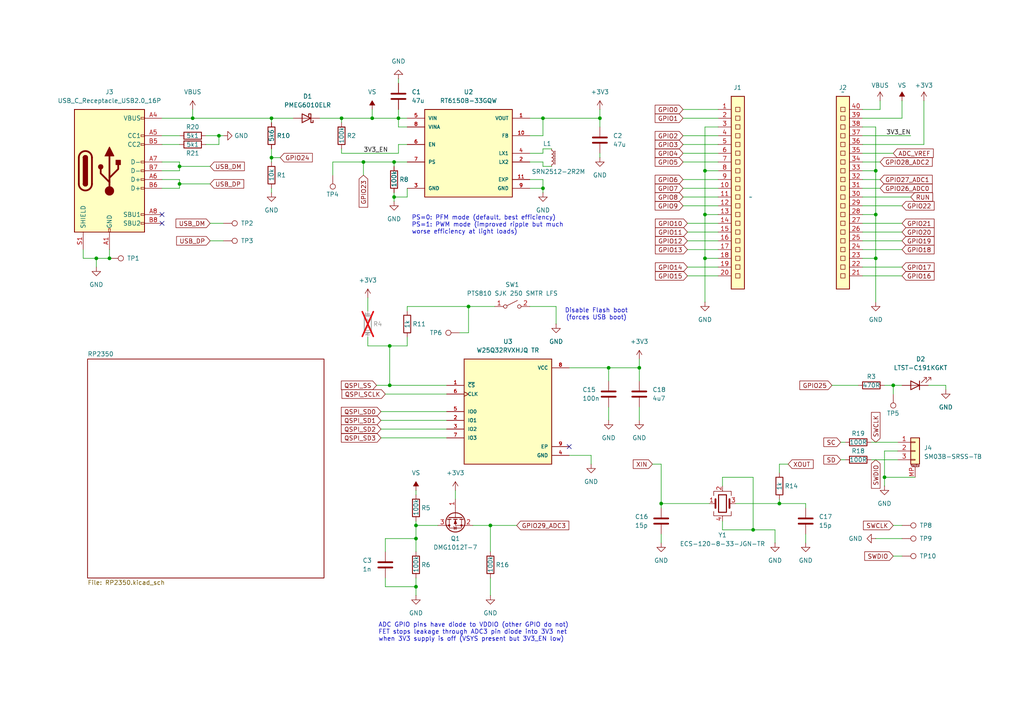
<source format=kicad_sch>
(kicad_sch (version 20231120) (generator "eeschema") (generator_version "8.0")
  (paper "A4")
  (title_block (title "project piCo 2") (date "2024-08-11") (rev "1") (company "Carlos Sabogal"))
  (lib_symbols
    (symbol "Connector:TestPoint" (pin_numbers hide) (pin_names (offset 0.762) hide)
      (property "Reference" "TP" (at 0 6.858 0))
      (property "Value" "TestPoint" (at 0 5.08 0))
      (symbol "TestPoint_1_1"
        (pin passive line (at 0 0 90) (length 2.54) (name "1") (number "1"))
      )
    )
    (symbol "Connector:USB_C_Receptacle_USB2.0_16P" (pin_names (offset 1.016))
      (property "Reference" "J" (at 0 22.225 0))
      (property "Value" "USB_C_Receptacle_USB2.0_16P" (at 0 19.685 0))
      (symbol "USB_C_Receptacle_USB2.0_16P_1_1"
        (pin passive line (at 0 -22.86 90) (length 5.08) (name "GND") (number "A1"))
        (pin passive line (at 0 -22.86 90) (length 5.08) hide (name "GND") (number "A12"))
        (pin passive line (at 15.24 15.24 180) (length 5.08) (name "VBUS") (number "A4"))
        (pin bidirectional line (at 15.24 10.16 180) (length 5.08) (name "CC1") (number "A5"))
        (pin bidirectional line (at 15.24 -2.54 180) (length 5.08) (name "D+") (number "A6"))
        (pin bidirectional line (at 15.24 2.54 180) (length 5.08) (name "D-") (number "A7"))
        (pin bidirectional line (at 15.24 -12.7 180) (length 5.08) (name "SBU1") (number "A8"))
        (pin passive line (at 15.24 15.24 180) (length 5.08) hide (name "VBUS") (number "A9"))
        (pin passive line (at 0 -22.86 90) (length 5.08) hide (name "GND") (number "B1"))
        (pin passive line (at 0 -22.86 90) (length 5.08) hide (name "GND") (number "B12"))
        (pin passive line (at 15.24 15.24 180) (length 5.08) hide (name "VBUS") (number "B4"))
        (pin bidirectional line (at 15.24 7.62 180) (length 5.08) (name "CC2") (number "B5"))
        (pin bidirectional line (at 15.24 -5.08 180) (length 5.08) (name "D+") (number "B6"))
        (pin bidirectional line (at 15.24 0 180) (length 5.08) (name "D-") (number "B7"))
        (pin bidirectional line (at 15.24 -15.24 180) (length 5.08) (name "SBU2") (number "B8"))
        (pin passive line (at 15.24 15.24 180) (length 5.08) hide (name "VBUS") (number "B9"))
        (pin passive line (at -7.62 -22.86 90) (length 5.08) (name "SHIELD") (number "S1"))
      )
    )
    (symbol "Connector_Generic_MountingPin:Conn_01x03_MountingPin" (pin_names (offset 1.016) hide)
      (property "Reference" "J" (at 0 5.08 0))
      (property "Value" "Conn_01x03_MountingPin" (at 1.27 -5.08 0))
      (symbol "Conn_01x03_MountingPin_1_1"
        (text "Mounting" (at 0 -4.191 0) (effects (font (size 0.381 0.381))))
        (pin passive line (at -5.08 2.54 0) (length 3.81) (name "Pin_1") (number "1"))
        (pin passive line (at -5.08 0 0) (length 3.81) (name "Pin_2") (number "2"))
        (pin passive line (at -5.08 -2.54 0) (length 3.81) (name "Pin_3") (number "3"))
        (pin passive line (at 0 -7.62 90) (length 3.048) (name "MountPin") (number "MP"))
      )
    )
    (symbol "Device:C" (pin_numbers hide) (pin_names (offset 0.254))
      (property "Reference" "C" (at 0.635 2.54 0))
      (property "Value" "C" (at 0.635 -2.54 0))
      (symbol "C_1_1"
        (pin passive line (at 0 3.81 270) (length 2.794) (name "~") (number "1"))
        (pin passive line (at 0 -3.81 90) (length 2.794) (name "~") (number "2"))
      )
    )
    (symbol "Device:Crystal_GND24" (pin_names (offset 1.016) hide)
      (property "Reference" "Y" (at 3.175 5.08 0))
      (property "Value" "Crystal_GND24" (at 3.175 3.175 0))
      (symbol "Crystal_GND24_1_1"
        (pin passive line (at -3.81 0 0) (length 1.27) (name "1") (number "1"))
        (pin passive line (at 0 5.08 270) (length 1.27) (name "2") (number "2"))
        (pin passive line (at 3.81 0 180) (length 1.27) (name "3") (number "3"))
        (pin passive line (at 0 -5.08 90) (length 1.27) (name "4") (number "4"))
      )
    )
    (symbol "Device:D_Schottky" (pin_numbers hide) (pin_names (offset 1.016) hide)
      (property "Reference" "D" (at 0 2.54 0))
      (property "Value" "D_Schottky" (at 0 -2.54 0))
      (symbol "D_Schottky_1_1"
        (pin passive line (at -3.81 0 0) (length 2.54) (name "K") (number "1"))
        (pin passive line (at 3.81 0 180) (length 2.54) (name "A") (number "2"))
      )
    )
    (symbol "Device:LED" (pin_numbers hide) (pin_names (offset 1.016) hide)
      (property "Reference" "D" (at 0 2.54 0))
      (property "Value" "LED" (at 0 -2.54 0))
      (symbol "LED_1_1"
        (pin passive line (at -3.81 0 0) (length 2.54) (name "K") (number "1"))
        (pin passive line (at 3.81 0 180) (length 2.54) (name "A") (number "2"))
      )
    )
    (symbol "Device:L_Ferrite_Small" (pin_numbers hide) (pin_names (offset 0.254) hide)
      (property "Reference" "L" (at 1.27 1.016 0))
      (property "Value" "L_Ferrite_Small" (at 1.27 -1.27 0))
      (symbol "L_Ferrite_Small_1_1"
        (pin passive line (at 0 2.54 270) (length 0.508) (name "~") (number "1"))
        (pin passive line (at 0 -2.54 90) (length 0.508) (name "~") (number "2"))
      )
    )
    (symbol "Device:Q_NMOS_GSD" (pin_names (offset 0) hide)
      (property "Reference" "Q" (at 5.08 1.27 0))
      (property "Value" "Q_NMOS_GSD" (at 5.08 -1.27 0))
      (symbol "Q_NMOS_GSD_1_1"
        (pin input line (at -5.08 0 0) (length 2.54) (name "G") (number "1"))
        (pin passive line (at 2.54 -5.08 90) (length 2.54) (name "S") (number "2"))
        (pin passive line (at 2.54 5.08 270) (length 2.54) (name "D") (number "3"))
      )
    )
    (symbol "Device:R" (pin_numbers hide) (pin_names (offset 0))
      (property "Reference" "R" (at 2.032 0 90))
      (property "Value" "R" (at 0 0 90))
      (symbol "R_1_1"
        (pin passive line (at 0 3.81 270) (length 1.27) (name "~") (number "1"))
        (pin passive line (at 0 -3.81 90) (length 1.27) (name "~") (number "2"))
      )
    )
    (symbol "GND_1" (power) (pin_numbers hide) (pin_names (offset 0) hide)
      (property "Value" "GND" (at 0 -3.81 0))
      (symbol "GND_1_1_1"
        (pin power_in line (at 0 0 270) (length 0) (name "~") (number "1"))
      )
    )
    (symbol "GND_2" (power) (pin_numbers hide) (pin_names (offset 0) hide)
      (property "Value" "GND" (at 0 -3.81 0))
      (symbol "GND_2_1_1"
        (pin power_in line (at 0 0 270) (length 0) (name "~") (number "1"))
      )
    )
    (symbol "Pico 2 C:CON_PICO_1-20"
      (property "Reference" "J" (at -13.97 29.21 0))
      (symbol "CON_PICO_1-20_1_1"
        (pin input line (at -20.32 22.86 0) (length 3.81) (name "") (number "1"))
        (pin input line (at -20.32 0 0) (length 3.81) (name "") (number "10"))
        (pin input line (at -20.32 -2.54 0) (length 3.81) (name "") (number "11"))
        (pin input line (at -20.32 -5.08 0) (length 3.81) (name "") (number "12"))
        (pin input line (at -20.32 -7.62 0) (length 3.81) (name "") (number "13"))
        (pin input line (at -20.32 -10.16 0) (length 3.81) (name "") (number "14"))
        (pin input line (at -20.32 -12.7 0) (length 3.81) (name "") (number "15"))
        (pin input line (at -20.32 -15.24 0) (length 3.81) (name "") (number "16"))
        (pin input line (at -20.32 -17.78 0) (length 3.81) (name "") (number "17"))
        (pin input line (at -20.32 -20.32 0) (length 3.81) (name "") (number "18"))
        (pin input line (at -20.32 -22.86 0) (length 3.81) (name "") (number "19"))
        (pin input line (at -20.32 20.32 0) (length 3.81) (name "") (number "2"))
        (pin input line (at -20.32 -25.4 0) (length 3.81) (name "") (number "20"))
        (pin input line (at -20.32 17.78 0) (length 3.81) (name "") (number "3"))
        (pin input line (at -20.32 15.24 0) (length 3.81) (name "") (number "4"))
        (pin input line (at -20.32 12.7 0) (length 3.81) (name "") (number "5"))
        (pin input line (at -20.32 10.16 0) (length 3.81) (name "") (number "6"))
        (pin input line (at -20.32 7.62 0) (length 3.81) (name "") (number "7"))
        (pin input line (at -20.32 5.08 0) (length 3.81) (name "") (number "8"))
        (pin input line (at -20.32 2.54 0) (length 3.81) (name "") (number "9"))
      )
    )
    (symbol "Pico 2 C:CON_PICO_21-40"
      (property "Reference" "J" (at 13.97 29.21 0))
      (symbol "CON_PICO_21-40_1_1"
        (pin input line (at 21.59 -25.4 180) (length 3.81) (name "") (number "21"))
        (pin input line (at 21.59 -22.86 180) (length 3.81) (name "") (number "22"))
        (pin input line (at 21.59 -20.32 180) (length 3.81) (name "") (number "23"))
        (pin input line (at 21.59 -17.78 180) (length 3.81) (name "") (number "24"))
        (pin input line (at 21.59 -15.24 180) (length 3.81) (name "") (number "25"))
        (pin input line (at 21.59 -12.7 180) (length 3.81) (name "") (number "26"))
        (pin input line (at 21.59 -10.16 180) (length 3.81) (name "") (number "27"))
        (pin input line (at 21.59 -7.62 180) (length 3.81) (name "") (number "28"))
        (pin input line (at 21.59 -5.08 180) (length 3.81) (name "") (number "29"))
        (pin input line (at 21.59 -2.54 180) (length 3.81) (name "") (number "30"))
        (pin input line (at 21.59 0 180) (length 3.81) (name "") (number "31"))
        (pin input line (at 21.59 2.54 180) (length 3.81) (name "") (number "32"))
        (pin input line (at 21.59 5.08 180) (length 3.81) (name "") (number "33"))
        (pin input line (at 21.59 7.62 180) (length 3.81) (name "") (number "34"))
        (pin input line (at 21.59 10.16 180) (length 3.81) (name "") (number "35"))
        (pin input line (at 21.59 12.7 180) (length 3.81) (name "") (number "36"))
        (pin input line (at 21.59 15.24 180) (length 3.81) (name "") (number "37"))
        (pin input line (at 21.59 17.78 180) (length 3.81) (name "") (number "38"))
        (pin input line (at 21.59 20.32 180) (length 3.81) (name "") (number "39"))
        (pin input line (at 21.59 22.86 180) (length 3.81) (name "") (number "40"))
      )
    )
    (symbol "Pico 2 C:RT6150B-33GQW" (pin_names (offset 1.016))
      (property "Reference" "U" (at -12.7 13.208 0))
      (property "Value" "RT6150B-33GQW" (at -12.7 -15.24 0))
      (symbol "RT6150B-33GQW_0_0"
        (pin output line (at 17.78 10.16 180) (length 5.08) (name "VOUT") (number "1"))
        (pin input line (at 17.78 5.08 180) (length 5.08) (name "FB") (number "10"))
        (pin power_in line (at 17.78 -7.62 180) (length 5.08) (name "EXP") (number "11"))
        (pin passive line (at 17.78 -2.54 180) (length 5.08) (name "LX2") (number "2"))
        (pin power_in line (at -17.78 -10.16 0) (length 5.08) (name "GND") (number "3"))
        (pin passive line (at 17.78 0 180) (length 5.08) (name "LX1") (number "4"))
        (pin input line (at -17.78 10.16 0) (length 5.08) (name "VIN") (number "5"))
        (pin input line (at -17.78 2.54 0) (length 5.08) (name "EN") (number "6"))
        (pin input line (at -17.78 -2.54 0) (length 5.08) (name "PS") (number "7"))
        (pin input line (at -17.78 7.62 0) (length 5.08) (name "VINA") (number "8"))
        (pin power_in line (at 17.78 -10.16 180) (length 5.08) (name "GND") (number "9"))
      )
    )
    (symbol "Pico 2 C:W25Q16JVUXIQ TR" (pin_names (offset 1.016))
      (property "Reference" "U" (at -12.7 16.24 0))
      (property "Value" "W25Q32RVXHJQ TR" (at -12.7 -19.24 0))
      (symbol "W25Q16JVUXIQ TR_0_0"
        (pin input line (at -17.78 7.62 0) (length 5.08) (name "~{CS}") (number "1"))
        (pin bidirectional line (at -17.78 -2.54 0) (length 5.08) (name "IO1") (number "2"))
        (pin bidirectional line (at -17.78 -5.08 0) (length 5.08) (name "IO2") (number "3"))
        (pin power_in line (at 17.78 -12.7 180) (length 5.08) (name "GND") (number "4"))
        (pin bidirectional line (at -17.78 0 0) (length 5.08) (name "IO0") (number "5"))
        (pin input clock (at -17.78 5.08 0) (length 5.08) (name "CLK") (number "6"))
        (pin bidirectional line (at -17.78 -7.62 0) (length 5.08) (name "IO3") (number "7"))
        (pin power_in line (at 17.78 12.7 180) (length 5.08) (name "VCC") (number "8"))
      )
      (symbol "W25Q16JVUXIQ TR_1_0"
        (pin bidirectional line (at 17.78 -10.16 180) (length 5.08) (name "EP") (number "9"))
      )
    )
    (symbol "Switch:SW_SPST" (pin_names (offset 0) hide)
      (property "Reference" "SW" (at 0 3.175 0))
      (property "Value" "SW_SPST" (at 0 -2.54 0))
      (symbol "SW_SPST_1_1"
        (pin passive line (at -5.08 0 0) (length 2.54) (name "A") (number "1"))
        (pin passive line (at 5.08 0 180) (length 2.54) (name "B") (number "2"))
      )
    )
    (symbol "power:+3V3" (power) (pin_numbers hide) (pin_names (offset 0) hide)
      (property "Value" "+3V3" (at 0 3.556 0))
      (symbol "+3V3_1_1"
        (pin power_in line (at 0 0 90) (length 0) (name "~") (number "1"))
      )
    )
    (symbol "power:GND" (power) (pin_names (offset 0))
      (property "Value" "GND" (at 0 -3.81 0))
      (symbol "GND_1_1"
        (pin power_in line (at 0 0 270) (length 0) hide (name "GND") (number "1"))
      )
    )
    (symbol "power:VBUS" (power) (pin_numbers hide) (pin_names (offset 0) hide)
      (property "Value" "VBUS" (at 0 3.556 0))
      (symbol "VBUS_1_1"
        (pin power_in line (at 0 0 90) (length 0) (name "~") (number "1"))
      )
    )
    (symbol "power:VS" (power) (pin_numbers hide) (pin_names (offset 0) hide)
      (property "Value" "VS" (at 0 3.556 0))
      (symbol "VS_1_1"
        (pin power_in line (at 0 0 90) (length 0) (name "~") (number "1"))
      )
    )
  )
  (junction (at 52.07 53.34))
  (junction (at 55.88 34.29))
  (junction (at 107.95 34.29))
  (junction (at 63.5 39.37))
  (junction (at 204.47 74.93))
  (junction (at 113.03 111.76))
  (junction (at 120.65 152.4))
  (junction (at 176.53 106.68))
  (junction (at 31.75 74.93))
  (junction (at 120.65 170.18))
  (junction (at 99.06 34.29))
  (junction (at 115.57 34.29))
  (junction (at 157.48 34.29))
  (junction (at 185.42 106.68))
  (junction (at 173.99 34.29))
  (junction (at 114.3 57.15))
  (junction (at 27.94 74.93))
  (junction (at 204.47 49.53))
  (junction (at 120.65 156.21))
  (junction (at 254 74.93))
  (junction (at 226.06 146.05))
  (junction (at 254 49.53))
  (junction (at 157.48 54.61))
  (junction (at 135.89 88.9))
  (junction (at 114.3 46.99))
  (junction (at 142.24 152.4))
  (junction (at 78.74 34.29))
  (junction (at 204.47 62.23))
  (junction (at 52.07 48.26))
  (junction (at 191.77 146.05))
  (junction (at 78.74 45.72))
  (junction (at 105.41 46.99))
  (junction (at 218.44 153.67))
  (junction (at 259.08 111.76))
  (junction (at 256.54 138.43))
  (junction (at 113.03 100.33))
  (junction (at 254 62.23))
  (no_connect (at 165.1 129.54))
  (no_connect (at 46.99 64.77))
  (no_connect (at 46.99 62.23))
  (wire (pts (xy 63.5 39.37) (xy 64.77 39.37)))
  (wire (pts (xy 118.11 36.83) (xy 115.57 36.83)))
  (wire (pts (xy 199.39 69.85) (xy 208.28 69.85)))
  (wire (pts (xy 110.49 127) (xy 129.54 127)))
  (wire (pts (xy 107.95 31.75) (xy 107.95 34.29)))
  (wire (pts (xy 250.19 54.61) (xy 255.27 54.61)))
  (wire (pts (xy 250.19 64.77) (xy 261.62 64.77)))
  (wire (pts (xy 176.53 106.68) (xy 185.42 106.68)))
  (wire (pts (xy 191.77 134.62) (xy 191.77 146.05)))
  (wire (pts (xy 46.99 52.07) (xy 52.07 52.07)))
  (wire (pts (xy 243.84 133.35) (xy 245.11 133.35)))
  (wire (pts (xy 114.3 57.15) (xy 114.3 58.42)))
  (wire (pts (xy 52.07 52.07) (xy 52.07 53.34)))
  (wire (pts (xy 111.76 114.3) (xy 129.54 114.3)))
  (wire (pts (xy 157.48 43.18) (xy 160.02 43.18)))
  (wire (pts (xy 46.99 41.91) (xy 52.07 41.91)))
  (wire (pts (xy 256.54 138.43) (xy 256.54 140.97)))
  (wire (pts (xy 250.19 31.75) (xy 255.27 31.75)))
  (wire (pts (xy 198.12 57.15) (xy 208.28 57.15)))
  (wire (pts (xy 250.19 67.31) (xy 261.62 67.31)))
  (wire (pts (xy 198.12 34.29) (xy 208.28 34.29)))
  (wire (pts (xy 99.06 34.29) (xy 99.06 35.56)))
  (wire (pts (xy 31.75 74.93) (xy 31.75 72.39)))
  (wire (pts (xy 254 156.21) (xy 261.62 156.21)))
  (wire (pts (xy 208.28 74.93) (xy 204.47 74.93)))
  (wire (pts (xy 204.47 74.93) (xy 204.47 87.63)))
  (wire (pts (xy 228.6 134.62) (xy 226.06 134.62)))
  (wire (pts (xy 213.36 146.05) (xy 226.06 146.05)))
  (wire (pts (xy 165.1 132.08) (xy 171.45 132.08)))
  (wire (pts (xy 78.74 54.61) (xy 78.74 55.88)))
  (wire (pts (xy 252.73 133.35) (xy 260.35 133.35)))
  (wire (pts (xy 261.62 152.4) (xy 259.08 152.4)))
  (wire (pts (xy 185.42 104.14) (xy 185.42 106.68)))
  (wire (pts (xy 226.06 144.78) (xy 226.06 146.05)))
  (wire (pts (xy 114.3 46.99) (xy 114.3 48.26)))
  (wire (pts (xy 120.65 156.21) (xy 120.65 160.02)))
  (wire (pts (xy 99.06 43.18) (xy 99.06 44.45)))
  (wire (pts (xy 157.48 54.61) (xy 157.48 52.07)))
  (wire (pts (xy 204.47 62.23) (xy 204.47 49.53)))
  (wire (pts (xy 267.97 41.91) (xy 267.97 29.21)))
  (wire (pts (xy 171.45 132.08) (xy 171.45 134.62)))
  (wire (pts (xy 224.79 157.48) (xy 224.79 153.67)))
  (wire (pts (xy 115.57 44.45) (xy 115.57 41.91)))
  (wire (pts (xy 205.74 146.05) (xy 191.77 146.05)))
  (wire (pts (xy 27.94 74.93) (xy 27.94 77.47)))
  (wire (pts (xy 78.74 43.18) (xy 78.74 45.72)))
  (wire (pts (xy 52.07 53.34) (xy 60.96 53.34)))
  (wire (pts (xy 133.35 96.52) (xy 135.89 96.52)))
  (wire (pts (xy 111.76 167.64) (xy 111.76 170.18)))
  (wire (pts (xy 198.12 54.61) (xy 208.28 54.61)))
  (wire (pts (xy 142.24 167.64) (xy 142.24 172.72)))
  (wire (pts (xy 208.28 62.23) (xy 204.47 62.23)))
  (wire (pts (xy 115.57 34.29) (xy 118.11 34.29)))
  (wire (pts (xy 218.44 138.43) (xy 218.44 153.67)))
  (wire (pts (xy 52.07 48.26) (xy 60.96 48.26)))
  (wire (pts (xy 109.22 111.76) (xy 113.03 111.76)))
  (wire (pts (xy 115.57 36.83) (xy 115.57 34.29)))
  (wire (pts (xy 204.47 74.93) (xy 204.47 62.23)))
  (wire (pts (xy 78.74 45.72) (xy 81.28 45.72)))
  (wire (pts (xy 173.99 44.45) (xy 173.99 45.72)))
  (wire (pts (xy 60.96 64.77) (xy 64.77 64.77)))
  (wire (pts (xy 110.49 119.38) (xy 129.54 119.38)))
  (wire (pts (xy 135.89 88.9) (xy 135.89 96.52)))
  (wire (pts (xy 135.89 88.9) (xy 143.51 88.9)))
  (wire (pts (xy 92.71 34.29) (xy 99.06 34.29)))
  (wire (pts (xy 55.88 31.75) (xy 55.88 34.29)))
  (wire (pts (xy 120.65 142.24) (xy 120.65 143.51)))
  (wire (pts (xy 250.19 52.07) (xy 255.27 52.07)))
  (wire (pts (xy 254 62.23) (xy 254 49.53)))
  (wire (pts (xy 153.67 54.61) (xy 157.48 54.61)))
  (wire (pts (xy 191.77 154.94) (xy 191.77 157.48)))
  (wire (pts (xy 250.19 36.83) (xy 254 36.83)))
  (wire (pts (xy 105.41 46.99) (xy 105.41 50.8)))
  (wire (pts (xy 27.94 74.93) (xy 31.75 74.93)))
  (wire (pts (xy 115.57 34.29) (xy 115.57 31.75)))
  (wire (pts (xy 198.12 46.99) (xy 208.28 46.99)))
  (wire (pts (xy 189.23 134.62) (xy 191.77 134.62)))
  (wire (pts (xy 198.12 59.69) (xy 208.28 59.69)))
  (wire (pts (xy 113.03 100.33) (xy 118.11 100.33)))
  (wire (pts (xy 107.95 34.29) (xy 115.57 34.29)))
  (wire (pts (xy 115.57 41.91) (xy 118.11 41.91)))
  (wire (pts (xy 63.5 39.37) (xy 63.5 41.91)))
  (wire (pts (xy 113.03 100.33) (xy 113.03 111.76)))
  (wire (pts (xy 59.69 41.91) (xy 63.5 41.91)))
  (wire (pts (xy 46.99 54.61) (xy 52.07 54.61)))
  (wire (pts (xy 256.54 111.76) (xy 259.08 111.76)))
  (wire (pts (xy 157.48 55.88) (xy 157.48 54.61)))
  (wire (pts (xy 115.57 22.86) (xy 115.57 24.13)))
  (wire (pts (xy 254 74.93) (xy 254 87.63)))
  (wire (pts (xy 185.42 106.68) (xy 185.42 110.49)))
  (wire (pts (xy 153.67 88.9) (xy 161.29 88.9)))
  (wire (pts (xy 199.39 77.47) (xy 208.28 77.47)))
  (wire (pts (xy 160.02 48.26) (xy 157.48 48.26)))
  (wire (pts (xy 52.07 46.99) (xy 52.07 48.26)))
  (wire (pts (xy 209.55 138.43) (xy 218.44 138.43)))
  (wire (pts (xy 254 36.83) (xy 254 49.53)))
  (wire (pts (xy 96.52 46.99) (xy 96.52 50.8)))
  (wire (pts (xy 250.19 44.45) (xy 259.08 44.45)))
  (wire (pts (xy 198.12 39.37) (xy 208.28 39.37)))
  (wire (pts (xy 111.76 160.02) (xy 111.76 156.21)))
  (wire (pts (xy 250.19 49.53) (xy 254 49.53)))
  (wire (pts (xy 198.12 41.91) (xy 208.28 41.91)))
  (wire (pts (xy 254 74.93) (xy 254 62.23)))
  (wire (pts (xy 157.48 48.26) (xy 157.48 46.99)))
  (wire (pts (xy 120.65 152.4) (xy 127 152.4)))
  (wire (pts (xy 55.88 34.29) (xy 78.74 34.29)))
  (wire (pts (xy 46.99 46.99) (xy 52.07 46.99)))
  (wire (pts (xy 261.62 34.29) (xy 261.62 29.21)))
  (wire (pts (xy 199.39 67.31) (xy 208.28 67.31)))
  (wire (pts (xy 52.07 48.26) (xy 52.07 49.53)))
  (wire (pts (xy 165.1 106.68) (xy 176.53 106.68)))
  (wire (pts (xy 233.68 147.32) (xy 233.68 146.05)))
  (wire (pts (xy 153.67 34.29) (xy 157.48 34.29)))
  (wire (pts (xy 198.12 52.07) (xy 208.28 52.07)))
  (wire (pts (xy 142.24 152.4) (xy 137.16 152.4)))
  (wire (pts (xy 250.19 80.01) (xy 261.62 80.01)))
  (wire (pts (xy 198.12 44.45) (xy 208.28 44.45)))
  (wire (pts (xy 110.49 121.92) (xy 129.54 121.92)))
  (wire (pts (xy 161.29 88.9) (xy 161.29 93.98)))
  (wire (pts (xy 199.39 80.01) (xy 208.28 80.01)))
  (wire (pts (xy 114.3 57.15) (xy 114.3 55.88)))
  (wire (pts (xy 111.76 156.21) (xy 120.65 156.21)))
  (wire (pts (xy 241.3 111.76) (xy 248.92 111.76)))
  (wire (pts (xy 256.54 130.81) (xy 256.54 138.43)))
  (wire (pts (xy 78.74 35.56) (xy 78.74 34.29)))
  (wire (pts (xy 118.11 54.61) (xy 118.11 57.15)))
  (wire (pts (xy 250.19 46.99) (xy 255.27 46.99)))
  (wire (pts (xy 78.74 34.29) (xy 85.09 34.29)))
  (wire (pts (xy 120.65 167.64) (xy 120.65 170.18)))
  (wire (pts (xy 24.13 74.93) (xy 27.94 74.93)))
  (wire (pts (xy 106.68 97.79) (xy 106.68 100.33)))
  (wire (pts (xy 250.19 74.93) (xy 254 74.93)))
  (wire (pts (xy 176.53 106.68) (xy 176.53 110.49)))
  (wire (pts (xy 142.24 152.4) (xy 149.86 152.4)))
  (wire (pts (xy 118.11 46.99) (xy 114.3 46.99)))
  (wire (pts (xy 46.99 39.37) (xy 52.07 39.37)))
  (wire (pts (xy 114.3 46.99) (xy 105.41 46.99)))
  (wire (pts (xy 153.67 46.99) (xy 157.48 46.99)))
  (wire (pts (xy 250.19 62.23) (xy 254 62.23)))
  (wire (pts (xy 250.19 34.29) (xy 261.62 34.29)))
  (wire (pts (xy 252.73 128.27) (xy 260.35 128.27)))
  (wire (pts (xy 153.67 44.45) (xy 157.48 44.45)))
  (wire (pts (xy 120.65 170.18) (xy 120.65 172.72)))
  (wire (pts (xy 259.08 111.76) (xy 261.62 111.76)))
  (wire (pts (xy 261.62 161.29) (xy 259.08 161.29)))
  (wire (pts (xy 204.47 36.83) (xy 204.47 49.53)))
  (wire (pts (xy 209.55 153.67) (xy 209.55 151.13)))
  (wire (pts (xy 99.06 44.45) (xy 115.57 44.45)))
  (wire (pts (xy 185.42 118.11) (xy 185.42 121.92)))
  (wire (pts (xy 173.99 31.75) (xy 173.99 34.29)))
  (wire (pts (xy 259.08 111.76) (xy 259.08 114.3)))
  (wire (pts (xy 269.24 111.76) (xy 274.32 111.76)))
  (wire (pts (xy 250.19 41.91) (xy 267.97 41.91)))
  (wire (pts (xy 52.07 53.34) (xy 52.07 54.61)))
  (wire (pts (xy 218.44 153.67) (xy 209.55 153.67)))
  (wire (pts (xy 250.19 59.69) (xy 261.62 59.69)))
  (wire (pts (xy 233.68 146.05) (xy 226.06 146.05)))
  (wire (pts (xy 110.49 124.46) (xy 129.54 124.46)))
  (wire (pts (xy 250.19 57.15) (xy 264.16 57.15)))
  (wire (pts (xy 96.52 46.99) (xy 105.41 46.99)))
  (wire (pts (xy 209.55 140.97) (xy 209.55 138.43)))
  (wire (pts (xy 208.28 36.83) (xy 204.47 36.83)))
  (wire (pts (xy 260.35 130.81) (xy 256.54 130.81)))
  (wire (pts (xy 106.68 100.33) (xy 113.03 100.33)))
  (wire (pts (xy 255.27 31.75) (xy 255.27 29.21)))
  (wire (pts (xy 256.54 138.43) (xy 265.43 138.43)))
  (wire (pts (xy 142.24 160.02) (xy 142.24 152.4)))
  (wire (pts (xy 24.13 72.39) (xy 24.13 74.93)))
  (wire (pts (xy 233.68 154.94) (xy 233.68 157.48)))
  (wire (pts (xy 59.69 39.37) (xy 63.5 39.37)))
  (wire (pts (xy 250.19 69.85) (xy 261.62 69.85)))
  (wire (pts (xy 199.39 72.39) (xy 208.28 72.39)))
  (wire (pts (xy 157.48 34.29) (xy 157.48 39.37)))
  (wire (pts (xy 243.84 128.27) (xy 245.11 128.27)))
  (wire (pts (xy 173.99 34.29) (xy 173.99 36.83)))
  (wire (pts (xy 250.19 77.47) (xy 261.62 77.47)))
  (wire (pts (xy 129.54 111.76) (xy 113.03 111.76)))
  (wire (pts (xy 46.99 34.29) (xy 55.88 34.29)))
  (wire (pts (xy 250.19 39.37) (xy 264.16 39.37)))
  (wire (pts (xy 106.68 86.36) (xy 106.68 90.17)))
  (wire (pts (xy 153.67 52.07) (xy 157.48 52.07)))
  (wire (pts (xy 153.67 39.37) (xy 157.48 39.37)))
  (wire (pts (xy 226.06 134.62) (xy 226.06 137.16)))
  (wire (pts (xy 46.99 49.53) (xy 52.07 49.53)))
  (wire (pts (xy 274.32 111.76) (xy 274.32 113.03)))
  (wire (pts (xy 120.65 152.4) (xy 120.65 156.21)))
  (wire (pts (xy 99.06 34.29) (xy 107.95 34.29)))
  (wire (pts (xy 208.28 49.53) (xy 204.47 49.53)))
  (wire (pts (xy 118.11 57.15) (xy 114.3 57.15)))
  (wire (pts (xy 111.76 170.18) (xy 120.65 170.18)))
  (wire (pts (xy 157.48 44.45) (xy 157.48 43.18)))
  (wire (pts (xy 199.39 64.77) (xy 208.28 64.77)))
  (wire (pts (xy 132.08 142.24) (xy 132.08 144.78)))
  (wire (pts (xy 118.11 90.17) (xy 118.11 88.9)))
  (wire (pts (xy 78.74 45.72) (xy 78.74 46.99)))
  (wire (pts (xy 176.53 118.11) (xy 176.53 121.92)))
  (wire (pts (xy 191.77 146.05) (xy 191.77 147.32)))
  (wire (pts (xy 118.11 97.79) (xy 118.11 100.33)))
  (wire (pts (xy 250.19 72.39) (xy 261.62 72.39)))
  (wire (pts (xy 224.79 153.67) (xy 218.44 153.67)))
  (wire (pts (xy 118.11 88.9) (xy 135.89 88.9)))
  (wire (pts (xy 60.96 69.85) (xy 64.77 69.85)))
  (wire (pts (xy 120.65 151.13) (xy 120.65 152.4)))
  (wire (pts (xy 198.12 31.75) (xy 208.28 31.75)))
  (wire (pts (xy 157.48 34.29) (xy 173.99 34.29)))
  (text "ADC GPIO pins have diode to VDDIO (other GPIO do not)\nFET stops leakage through ADC3 pin diode into 3V3 net\nwhen 3V3 supply is off (VSYS present but 3V3_EN low)" (at 109.728 183.388 0) (effects (font (size 1.27 1.27)) (justify left)))
  (text "Disable Flash boot\n(forces USB boot)" (at 172.974 91.186 0) (effects (font (size 1.27 1.27))))
  (text "PS=0: PFM mode (default, best efficiency)\nPS=1: PWM mode (improved ripple but much\nworse efficiency at light loads)" (at 119.38 65.278 0) (effects (font (size 1.27 1.27)) (justify left)))
  (label "3V3_EN" (at 264.16 39.37 180))
  (label "3V3_EN" (at 105.41 44.45 0))
  (global_label "GPIO14" (shape input) (at 199.39 77.47 180) (property "Intersheetrefs" "${INTERSHEET_REFS}" (effects (hide yes))))
  (global_label "SWDIO" (shape input) (at 259.08 161.29 180) (property "Intersheetrefs" "${INTERSHEET_REFS}" (effects (hide yes))))
  (global_label "GPIO19" (shape input) (at 261.62 69.85 0) (property "Intersheetrefs" "${INTERSHEET_REFS}" (effects (hide yes))))
  (global_label "GPIO20" (shape input) (at 261.62 67.31 0) (property "Intersheetrefs" "${INTERSHEET_REFS}" (effects (hide yes))))
  (global_label "SWCLK" (shape input) (at 259.08 152.4 180) (property "Intersheetrefs" "${INTERSHEET_REFS}" (effects (hide yes))))
  (global_label "GPIO5" (shape input) (at 198.12 46.99 180) (property "Intersheetrefs" "${INTERSHEET_REFS}" (effects (hide yes))))
  (global_label "GPIO9" (shape input) (at 198.12 59.69 180) (property "Intersheetrefs" "${INTERSHEET_REFS}" (effects (hide yes))))
  (global_label "GPIO1" (shape input) (at 198.12 34.29 180) (property "Intersheetrefs" "${INTERSHEET_REFS}" (effects (hide yes))))
  (global_label "USB_DP" (shape input) (at 60.96 53.34 0) (property "Intersheetrefs" "${INTERSHEET_REFS}" (effects (hide yes))))
  (global_label "GPIO24" (shape input) (at 81.28 45.72 0) (property "Intersheetrefs" "${INTERSHEET_REFS}" (effects (hide yes))))
  (global_label "GPIO10" (shape input) (at 199.39 64.77 180) (property "Intersheetrefs" "${INTERSHEET_REFS}" (effects (hide yes))))
  (global_label "GPIO18" (shape input) (at 261.62 72.39 0) (property "Intersheetrefs" "${INTERSHEET_REFS}" (effects (hide yes))))
  (global_label "GPIO27_ADC1" (shape input) (at 255.27 52.07 0) (property "Intersheetrefs" "${INTERSHEET_REFS}" (effects (hide yes))))
  (global_label "QSPI_SD0" (shape input) (at 110.49 119.38 180) (property "Intersheetrefs" "${INTERSHEET_REFS}" (effects (hide yes))))
  (global_label "QSPI_SD3" (shape input) (at 110.49 127 180) (property "Intersheetrefs" "${INTERSHEET_REFS}" (effects (hide yes))))
  (global_label "XOUT" (shape input) (at 228.6 134.62 0) (property "Intersheetrefs" "${INTERSHEET_REFS}" (effects (hide yes))))
  (global_label "GPIO25" (shape input) (at 241.3 111.76 180) (property "Intersheetrefs" "${INTERSHEET_REFS}" (effects (hide yes))))
  (global_label "GPIO6" (shape input) (at 198.12 52.07 180) (property "Intersheetrefs" "${INTERSHEET_REFS}" (effects (hide yes))))
  (global_label "QSPI_SD2" (shape input) (at 110.49 124.46 180) (property "Intersheetrefs" "${INTERSHEET_REFS}" (effects (hide yes))))
  (global_label "GPIO15" (shape input) (at 199.39 80.01 180) (property "Intersheetrefs" "${INTERSHEET_REFS}" (effects (hide yes))))
  (global_label "USB_DM" (shape input) (at 60.96 64.77 180) (property "Intersheetrefs" "${INTERSHEET_REFS}" (effects (hide yes))))
  (global_label "GPIO16" (shape input) (at 261.62 80.01 0) (property "Intersheetrefs" "${INTERSHEET_REFS}" (effects (hide yes))))
  (global_label "USB_DP" (shape input) (at 60.96 69.85 180) (property "Intersheetrefs" "${INTERSHEET_REFS}" (effects (hide yes))))
  (global_label "GPIO4" (shape input) (at 198.12 44.45 180) (property "Intersheetrefs" "${INTERSHEET_REFS}" (effects (hide yes))))
  (global_label "GPIO26_ADC0" (shape input) (at 255.27 54.61 0) (property "Intersheetrefs" "${INTERSHEET_REFS}" (effects (hide yes))))
  (global_label "ADC_VREF" (shape input) (at 259.08 44.45 0) (property "Intersheetrefs" "${INTERSHEET_REFS}" (effects (hide yes))))
  (global_label "QSPI_SS" (shape input) (at 109.22 111.76 180) (property "Intersheetrefs" "${INTERSHEET_REFS}" (effects (hide yes))))
  (global_label "GPIO2" (shape input) (at 198.12 39.37 180) (property "Intersheetrefs" "${INTERSHEET_REFS}" (effects (hide yes))))
  (global_label "GPIO12" (shape input) (at 199.39 69.85 180) (property "Intersheetrefs" "${INTERSHEET_REFS}" (effects (hide yes))))
  (global_label "GPIO22" (shape input) (at 261.62 59.69 0) (property "Intersheetrefs" "${INTERSHEET_REFS}" (effects (hide yes))))
  (global_label "GPIO23" (shape input) (at 105.41 50.8 270) (property "Intersheetrefs" "${INTERSHEET_REFS}" (effects (hide yes))))
  (global_label "SWCLK" (shape input) (at 254 128.27 90) (property "Intersheetrefs" "${INTERSHEET_REFS}" (effects (hide yes))))
  (global_label "RUN" (shape input) (at 264.16 57.15 0) (property "Intersheetrefs" "${INTERSHEET_REFS}" (effects (hide yes))))
  (global_label "GPIO0" (shape input) (at 198.12 31.75 180) (property "Intersheetrefs" "${INTERSHEET_REFS}" (effects (hide yes))))
  (global_label "GPIO29_ADC3" (shape input) (at 149.86 152.4 0) (property "Intersheetrefs" "${INTERSHEET_REFS}" (effects (hide yes))))
  (global_label "SD" (shape input) (at 243.84 133.35 180) (property "Intersheetrefs" "${INTERSHEET_REFS}" (effects (hide yes))))
  (global_label "GPIO3" (shape input) (at 198.12 41.91 180) (property "Intersheetrefs" "${INTERSHEET_REFS}" (effects (hide yes))))
  (global_label "GPIO11" (shape input) (at 199.39 67.31 180) (property "Intersheetrefs" "${INTERSHEET_REFS}" (effects (hide yes))))
  (global_label "GPIO8" (shape input) (at 198.12 57.15 180) (property "Intersheetrefs" "${INTERSHEET_REFS}" (effects (hide yes))))
  (global_label "XIN" (shape input) (at 189.23 134.62 180) (property "Intersheetrefs" "${INTERSHEET_REFS}" (effects (hide yes))))
  (global_label "GPIO17" (shape input) (at 261.62 77.47 0) (property "Intersheetrefs" "${INTERSHEET_REFS}" (effects (hide yes))))
  (global_label "QSPI_SCLK" (shape input) (at 111.76 114.3 180) (property "Intersheetrefs" "${INTERSHEET_REFS}" (effects (hide yes))))
  (global_label "USB_DM" (shape input) (at 60.96 48.26 0) (property "Intersheetrefs" "${INTERSHEET_REFS}" (effects (hide yes))))
  (global_label "GPIO7" (shape input) (at 198.12 54.61 180) (property "Intersheetrefs" "${INTERSHEET_REFS}" (effects (hide yes))))
  (global_label "SWDIO" (shape input) (at 254 133.35 270) (property "Intersheetrefs" "${INTERSHEET_REFS}" (effects (hide yes))))
  (global_label "GPIO13" (shape input) (at 199.39 72.39 180) (property "Intersheetrefs" "${INTERSHEET_REFS}" (effects (hide yes))))
  (global_label "SC" (shape input) (at 243.84 128.27 180) (property "Intersheetrefs" "${INTERSHEET_REFS}" (effects (hide yes))))
  (global_label "QSPI_SD1" (shape input) (at 110.49 121.92 180) (property "Intersheetrefs" "${INTERSHEET_REFS}" (effects (hide yes))))
  (global_label "GPIO28_ADC2" (shape input) (at 255.27 46.99 0) (property "Intersheetrefs" "${INTERSHEET_REFS}" (effects (hide yes))))
  (global_label "GPIO21" (shape input) (at 261.62 64.77 0) (property "Intersheetrefs" "${INTERSHEET_REFS}" (effects (hide yes))))
  (symbol (lib_id "power:+3V3") (at 173.99 31.75 0) (unit 1)
    (property "Reference" "#PWR08" (effects (hide yes)))
    (property "Value" "+3V3" (at 173.99 26.67 0))
    (property "Description" "Power symbol creates a global label with name \"+3V3\"" (effects (hide yes)))
  )
  (symbol (lib_id "Pico 2 C:W25Q16JVUXIQ TR") (at 147.32 119.38 0) (unit 1)
    (property "Reference" "U3" (at 147.32 99.06 0))
    (property "Value" "W25Q32RVXHJQ TR" (at 147.32 101.6 0))
    (property "Footprint" "Package_DFN_QFN:TDFN-8-1EP_3x2mm_P0.5mm_EP1.3x1.4mm" (effects (hide yes)))
    (property "Datasheet" "https://www.winbond.com/resource-files/w25q16jv%20spi%20revh%2004082019%20plus.pdf" (effects (hide yes)))
    (property "Manufacturer" "Winbond" (effects (hide yes)))
  )
  (symbol (lib_id "Device:R") (at 118.11 93.98 0) (unit 1)
    (property "Reference" "R11" (at 119.634 93.98 0) (effects (justify left)))
    (property "Value" "1k" (at 118.11 95.25 90) (effects (justify left)))
    (property "Footprint" "Resistor_SMD:R_0201_0603Metric" (effects (hide yes)))
    (property "Description" "Resistor" (effects (hide yes)))
  )
  (symbol (lib_id "Device:C") (at 115.57 27.94 180) (unit 1)
    (property "Reference" "C1" (at 119.38 26.6699 0) (effects (justify right)))
    (property "Value" "47u" (at 119.38 29.2099 0) (effects (justify right)))
    (property "Footprint" "Capacitor_SMD:C_0805_2012Metric" (effects (hide yes)))
    (property "Description" "Unpolarized capacitor" (effects (hide yes)))
  )
  (symbol (lib_id "Device:C") (at 173.99 40.64 0) (unit 1)
    (property "Reference" "C2" (at 177.8 39.3699 0) (effects (justify left)))
    (property "Value" "47u" (at 177.8 41.9099 0) (effects (justify left)))
    (property "Footprint" "Capacitor_SMD:C_0805_2012Metric" (effects (hide yes)))
    (property "Description" "Unpolarized capacitor" (effects (hide yes)))
  )
  (symbol (lib_id "Device:R") (at 248.92 133.35 90) (unit 1)
    (property "Reference" "R18" (at 248.92 130.81 90))
    (property "Value" "100R" (at 248.92 133.35 90))
    (property "Footprint" "Resistor_SMD:R_0201_0603Metric" (effects (hide yes)))
    (property "Description" "Resistor" (effects (hide yes)))
  )
  (symbol (lib_id "Device:C") (at 233.68 151.13 0) (unit 1)
    (property "Reference" "C17" (at 237.49 149.8599 0) (effects (justify left)))
    (property "Value" "15p" (at 237.49 152.3999 0) (effects (justify left)))
    (property "Footprint" "Capacitor_SMD:C_0201_0603Metric" (effects (hide yes)))
    (property "Description" "Unpolarized capacitor" (effects (hide yes)))
  )
  (symbol (lib_id "Device:R") (at 99.06 39.37 0) (unit 1)
    (property "Reference" "R2" (at 100.584 39.37 0) (effects (justify left)))
    (property "Value" "100k" (at 99.06 41.656 90) (effects (justify left)))
    (property "Footprint" "Resistor_SMD:R_0201_0603Metric" (effects (hide yes)))
    (property "Description" "Resistor" (effects (hide yes)))
  )
  (symbol (lib_id "Device:Q_NMOS_GSD") (at 132.08 149.86 90) (mirror x) (unit 1)
    (property "Reference" "Q1" (at 132.08 156.21 90))
    (property "Value" "DMG1012T-7" (at 132.08 158.75 90))
    (property "Footprint" "Package_TO_SOT_SMD:SOT-523" (effects (hide yes)))
    (property "Datasheet" "https://www.diodes.com/assets/Datasheets/DMG1012T.pdf" (effects (hide yes)))
    (property "Description" "N-MOSFET transistor, gate/source/drain" (effects (hide yes)))
  )
  (symbol (lib_id "Device:D_Schottky") (at 88.9 34.29 180) (unit 1)
    (property "Reference" "D1" (at 89.2175 27.94 0))
    (property "Value" "PMEG6010ELR" (at 89.2175 30.48 0))
    (property "Footprint" "Diode_SMD:D_SOD-123F" (effects (hide yes)))
    (property "Description" "Schottky diode" (effects (hide yes)))
  )
  (symbol (lib_id "power:VS") (at 107.95 31.75 0) (unit 1)
    (property "Reference" "#PWR07" (effects (hide yes)))
    (property "Value" "VS" (at 107.95 26.67 0))
    (property "Description" "Power symbol creates a global label with name \"VS\"" (effects (hide yes)))
  )
  (symbol (lib_id "power:+3V3") (at 267.97 29.21 0) (unit 1)
    (property "Reference" "#PWR013" (effects (hide yes)))
    (property "Value" "+3V3" (at 267.97 24.765 0))
  )
  (symbol (lib_id "Pico 2 C:CON_PICO_21-40") (at 228.6 54.61 0) (unit 1)
    (property "Reference" "J2" (at 244.475 25.4 0))
    (property "Value" "~" (at 244.475 26.67 0))
    (property "Footprint" "Pico 2 C:CON_PICO_21-40" (effects (hide yes)))
  )
  (symbol (lib_id "Device:R") (at 120.65 147.32 0) (unit 1)
    (property "Reference" "R5" (at 122.174 147.32 0) (effects (justify left)))
    (property "Value" "100k" (at 120.65 149.606 90) (effects (justify left)))
    (property "Footprint" "Resistor_SMD:R_0201_0603Metric" (effects (hide yes)))
    (property "Description" "Resistor" (effects (hide yes)))
  )
  (symbol (lib_id "Connector:TestPoint") (at 259.08 114.3 180) (unit 1)
    (property "Reference" "TP5" (at 260.858 119.888 0) (effects (justify left)))
    (property "Value" "TestPoint" (effects (hide yes)))
    (property "Footprint" "TestPoint:TestPoint_Pad_1.5x1.5mm" (effects (hide yes)))
  )
  (symbol (lib_id "Connector_Generic_MountingPin:Conn_01x03_MountingPin") (at 265.43 130.81 0) (unit 1)
    (property "Reference" "J4" (at 267.97 129.8955 0) (effects (justify left)))
    (property "Value" "SM03B-SRSS-TB" (at 267.97 132.4355 0) (effects (justify left)))
    (property "Footprint" "Connector_JST:JST_SH_SM03B-SRSS-TB_1x03-1MP_P1.00mm_Horizontal" (effects (hide yes)))
    (property "Description" "Generic connectable mounting pin connector, single row, 01x03, script generated (kicad-library-utils/schlib/autogen/connector/)" (effects (hide yes)))
  )
  (symbol (lib_id "Connector:TestPoint") (at 31.75 74.93 270) (unit 1)
    (property "Reference" "TP1" (at 36.83 74.93 90) (effects (justify left)))
    (property "Value" "TestPoint" (effects (hide yes)))
    (property "Footprint" "TestPoint:TestPoint_Pad_1.5x1.5mm" (effects (hide yes)))
  )
  (symbol (lib_id "Connector:TestPoint") (at 96.52 50.8 180) (unit 1)
    (property "Reference" "TP4" (at 98.298 56.388 0) (effects (justify left)))
    (property "Value" "TestPoint" (effects (hide yes)))
    (property "Footprint" "TestPoint:TestPoint_Pad_1.5x1.5mm" (effects (hide yes)))
  )
  (symbol (lib_id "Device:R") (at 78.74 39.37 0) (unit 1)
    (property "Reference" "R10" (at 80.264 39.37 0) (effects (justify left)))
    (property "Value" "5k6" (at 78.74 41.148 90) (effects (justify left)))
    (property "Footprint" "Resistor_SMD:R_0201_0603Metric" (effects (hide yes)))
    (property "Description" "Resistor" (effects (hide yes)))
  )
  (symbol (lib_id "power:VBUS") (at 255.27 29.21 0) (unit 1)
    (property "Reference" "#PWR011" (effects (hide yes)))
    (property "Value" "VBUS" (at 255.27 24.765 0))
  )
  (symbol (lib_name "GND_1") (lib_id "power:GND") (at 115.57 22.86 180) (unit 1)
    (property "Reference" "#PWR05" (effects (hide yes)))
    (property "Value" "GND" (at 115.57 17.78 0))
    (property "Description" "Power symbol creates a global label with name \"GND\" , ground" (effects (hide yes)))
  )
  (symbol (lib_id "Device:C") (at 111.76 163.83 0) (unit 1)
    (property "Reference" "C3" (at 105.156 162.56 0) (effects (justify left)))
    (property "Value" "1n" (at 105.156 165.1 0) (effects (justify left)))
    (property "Footprint" "Capacitor_SMD:C_0201_0603Metric" (effects (hide yes)))
    (property "Description" "Unpolarized capacitor" (effects (hide yes)))
  )
  (symbol (lib_name "GND_1") (lib_id "power:GND") (at 233.68 157.48 0) (unit 1)
    (property "Reference" "#PWR026" (effects (hide yes)))
    (property "Value" "GND" (at 233.68 162.56 0))
    (property "Description" "Power symbol creates a global label with name \"GND\" , ground" (effects (hide yes)))
  )
  (symbol (lib_id "Device:R") (at 248.92 128.27 90) (unit 1)
    (property "Reference" "R19" (at 248.92 125.73 90))
    (property "Value" "100R" (at 248.92 128.27 90))
    (property "Footprint" "Resistor_SMD:R_0201_0603Metric" (effects (hide yes)))
    (property "Description" "Resistor" (effects (hide yes)))
  )
  (symbol (lib_name "GND_1") (lib_id "power:GND") (at 204.47 87.63 0) (unit 1)
    (property "Reference" "#PWR015" (effects (hide yes)))
    (property "Value" "GND" (at 204.47 92.71 0))
    (property "Description" "Power symbol creates a global label with name \"GND\" , ground" (effects (hide yes)))
  )
  (symbol (lib_id "power:VS") (at 261.62 29.21 0) (unit 1)
    (property "Reference" "#PWR012" (effects (hide yes)))
    (property "Value" "VS" (at 261.62 24.765 0))
  )
  (symbol (lib_id "Connector:USB_C_Receptacle_USB2.0_16P") (at 31.75 49.53 0) (unit 1)
    (property "Reference" "J3" (at 31.75 26.67 0))
    (property "Value" "USB_C_Receptacle_USB2.0_16P" (at 31.75 29.21 0))
    (property "Footprint" "Connector_USB:USB_C_Receptacle_GCT_USB4105-xx-A_16P_TopMnt_Horizontal" (effects (hide yes)))
    (property "Datasheet" "https://www.usb.org/sites/default/files/documents/usb_type-c.zip" (effects (hide yes)))
    (property "Description" "USB 2.0-only 16P Type-C Receptacle connector" (effects (hide yes)))
  )
  (symbol (lib_id "Connector:TestPoint") (at 64.77 69.85 270) (unit 1)
    (property "Reference" "TP3" (at 69.85 69.85 90) (effects (justify left)))
    (property "Value" "TestPoint" (effects (hide yes)))
    (property "Footprint" "TestPoint:TestPoint_Pad_1.5x1.5mm" (effects (hide yes)))
  )
  (symbol (lib_id "power:VS") (at 120.65 142.24 0) (unit 1)
    (property "Reference" "#PWR030" (effects (hide yes)))
    (property "Value" "VS" (at 120.65 137.16 0))
    (property "Description" "Power symbol creates a global label with name \"VS\"" (effects (hide yes)))
  )
  (symbol (lib_name "GND_1") (lib_id "power:GND") (at 274.32 113.03 0) (unit 1)
    (property "Reference" "#PWR016" (effects (hide yes)))
    (property "Value" "GND" (at 274.32 118.11 0))
    (property "Description" "Power symbol creates a global label with name \"GND\" , ground" (effects (hide yes)))
  )
  (symbol (lib_name "GND_1") (lib_id "power:GND") (at 114.3 58.42 0) (unit 1)
    (property "Reference" "#PWR06" (effects (hide yes)))
    (property "Value" "GND" (at 114.3 63.5 0))
    (property "Description" "Power symbol creates a global label with name \"GND\" , ground" (effects (hide yes)))
  )
  (symbol (lib_id "Connector:TestPoint") (at 261.62 152.4 270) (unit 1)
    (property "Reference" "TP8" (at 266.7 152.4 90) (effects (justify left)))
    (property "Value" "TestPoint" (effects (hide yes)))
    (property "Footprint" "TestPoint:TestPoint_Pad_1.5x1.5mm" (effects (hide yes)))
  )
  (symbol (lib_id "Pico 2 C:RT6150B-33GQW") (at 135.89 44.45 0) (unit 1)
    (property "Reference" "U2" (at 135.89 26.67 0))
    (property "Value" "RT6150B-33GQW" (at 135.89 29.21 0))
    (property "Footprint" "Package_DFN_QFN:DFN-10-1EP_2.6x2.6mm_P0.5mm_EP1.3x2.2mm" (effects (hide yes)))
    (property "Datasheet" "https://www.richtek.com/assets/product_file/RT6150A=RT6150B/DS6150AB-04.pdf" (effects (hide yes)))
  )
  (symbol (lib_id "Connector:TestPoint") (at 133.35 96.52 90) (unit 1)
    (property "Reference" "TP6" (at 128.27 96.52 90) (effects (justify left)))
    (property "Value" "TestPoint" (effects (hide yes)))
    (property "Footprint" "TestPoint:TestPoint_Pad_1.5x1.5mm" (effects (hide yes)))
  )
  (symbol (lib_id "Device:R") (at 55.88 39.37 90) (unit 1)
    (property "Reference" "R20" (at 55.88 36.83 90))
    (property "Value" "5k1" (at 55.88 39.37 90))
    (property "Footprint" "Resistor_SMD:R_0402_1005Metric" (effects (hide yes)))
    (property "Description" "Resistor" (effects (hide yes)))
  )
  (symbol (lib_id "Device:R") (at 106.68 93.98 0) (unit 1) (dnp yes)
    (property "Reference" "R4" (at 108.204 93.98 0) (effects (justify left)))
    (property "Value" "NO-FIT" (at 106.68 97.536 90) (effects (justify left)))
    (property "Footprint" "Resistor_SMD:R_0201_0603Metric" (effects (hide yes)))
    (property "Description" "Resistor" (effects (hide yes)))
  )
  (symbol (lib_name "GND_1") (lib_id "power:GND") (at 256.54 140.97 0) (unit 1)
    (property "Reference" "#PWR023" (effects (hide yes)))
    (property "Value" "GND" (at 256.54 146.05 0))
    (property "Description" "Power symbol creates a global label with name \"GND\" , ground" (effects (hide yes)))
  )
  (symbol (lib_id "Device:R") (at 55.88 41.91 90) (unit 1)
    (property "Reference" "R21" (at 55.88 44.45 90))
    (property "Value" "5k1" (at 55.88 41.91 90))
    (property "Footprint" "Resistor_SMD:R_0402_1005Metric" (effects (hide yes)))
    (property "Description" "Resistor" (effects (hide yes)))
  )
  (symbol (lib_id "power:VBUS") (at 55.88 31.75 0) (unit 1)
    (property "Reference" "#PWR02" (effects (hide yes)))
    (property "Value" "VBUS" (at 55.88 26.67 0))
    (property "Description" "Power symbol creates a global label with name \"VBUS\"" (effects (hide yes)))
  )
  (symbol (lib_id "power:GND") (at 78.74 55.88 0) (unit 1)
    (property "Reference" "#PWR04" (effects (hide yes)))
    (property "Value" "GND" (at 78.74 60.96 0))
  )
  (symbol (lib_name "GND_2") (lib_id "power:GND") (at 157.48 55.88 0) (unit 1)
    (property "Reference" "#PWR010" (effects (hide yes)))
    (property "Value" "GND" (at 157.48 60.96 0))
    (property "Description" "Power symbol creates a global label with name \"GND\" , ground" (effects (hide yes)))
  )
  (symbol (lib_id "Device:R") (at 78.74 50.8 0) (unit 1)
    (property "Reference" "R1" (at 80.264 50.8 0) (effects (justify left)))
    (property "Value" "10k" (at 78.74 52.578 90) (effects (justify left)))
    (property "Footprint" "Resistor_SMD:R_0201_0603Metric" (effects (hide yes)))
    (property "Description" "Resistor" (effects (hide yes)))
  )
  (symbol (lib_name "GND_2") (lib_id "power:GND") (at 171.45 134.62 0) (unit 1)
    (property "Reference" "#PWR022" (effects (hide yes)))
    (property "Value" "GND" (at 171.45 139.7 0))
    (property "Description" "Power symbol creates a global label with name \"GND\" , ground" (effects (hide yes)))
  )
  (symbol (lib_id "power:+3V3") (at 185.42 104.14 0) (unit 1)
    (property "Reference" "#PWR019" (effects (hide yes)))
    (property "Value" "+3V3" (at 185.42 99.06 0))
    (property "Description" "Power symbol creates a global label with name \"+3V3\"" (effects (hide yes)))
  )
  (symbol (lib_name "GND_1") (lib_id "power:GND") (at 191.77 157.48 0) (unit 1)
    (property "Reference" "#PWR027" (effects (hide yes)))
    (property "Value" "GND" (at 191.77 162.56 0))
    (property "Description" "Power symbol creates a global label with name \"GND\" , ground" (effects (hide yes)))
  )
  (symbol (lib_id "Device:R") (at 226.06 140.97 0) (unit 1)
    (property "Reference" "R14" (at 227.584 140.97 0) (effects (justify left)))
    (property "Value" "1k" (at 226.06 142.24 90) (effects (justify left)))
    (property "Footprint" "Resistor_SMD:R_0201_0603Metric" (effects (hide yes)))
    (property "Description" "Resistor" (effects (hide yes)))
  )
  (symbol (lib_id "Device:C") (at 191.77 151.13 0) (unit 1)
    (property "Reference" "C16" (at 184.15 149.86 0) (effects (justify left)))
    (property "Value" "15p" (at 184.15 152.4 0) (effects (justify left)))
    (property "Footprint" "Capacitor_SMD:C_0201_0603Metric" (effects (hide yes)))
    (property "Description" "Unpolarized capacitor" (effects (hide yes)))
  )
  (symbol (lib_id "Device:R") (at 120.65 163.83 0) (unit 1)
    (property "Reference" "R6" (at 122.174 163.83 0) (effects (justify left)))
    (property "Value" "100k" (at 120.65 166.116 90) (effects (justify left)))
    (property "Footprint" "Resistor_SMD:R_0201_0603Metric" (effects (hide yes)))
    (property "Description" "Resistor" (effects (hide yes)))
  )
  (symbol (lib_name "GND_1") (lib_id "power:GND") (at 254 87.63 0) (unit 1)
    (property "Reference" "#PWR014" (effects (hide yes)))
    (property "Value" "GND" (at 254 92.71 0))
    (property "Description" "Power symbol creates a global label with name \"GND\" , ground" (effects (hide yes)))
  )
  (symbol (lib_id "Connector:TestPoint") (at 261.62 161.29 270) (unit 1)
    (property "Reference" "TP10" (at 266.7 161.29 90) (effects (justify left)))
    (property "Value" "TestPoint" (effects (hide yes)))
    (property "Footprint" "TestPoint:TestPoint_Pad_1.5x1.5mm" (effects (hide yes)))
  )
  (symbol (lib_id "Device:LED") (at 265.43 111.76 180) (unit 1)
    (property "Reference" "D2" (at 267.0175 104.14 0))
    (property "Value" "LTST-C191KGKT" (at 267.0175 106.68 0))
    (property "Footprint" "LED_SMD:LED_0603_1608Metric" (effects (hide yes)))
    (property "Description" "Light emitting diode" (effects (hide yes)))
  )
  (symbol (lib_name "GND_1") (lib_id "power:GND") (at 173.99 45.72 0) (unit 1)
    (property "Reference" "#PWR09" (effects (hide yes)))
    (property "Value" "GND" (at 173.99 50.8 0))
    (property "Description" "Power symbol creates a global label with name \"GND\" , ground" (effects (hide yes)))
  )
  (symbol (lib_id "Device:Crystal_GND24") (at 209.55 146.05 0) (unit 1)
    (property "Reference" "Y1" (at 209.55 155.194 0))
    (property "Value" "ECS-120-8-33-JGN-TR" (at 209.55 157.734 0))
    (property "Footprint" "Crystal:Crystal_SMD_SeikoEpson_FA238-4Pin_3.2x2.5mm" (effects (hide yes)))
    (property "Description" "Four pin crystal, GND on pins 2 and 4" (effects (hide yes)))
  )
  (symbol (lib_id "Connector:TestPoint") (at 261.62 156.21 270) (unit 1)
    (property "Reference" "TP9" (at 266.7 156.21 90) (effects (justify left)))
    (property "Value" "TestPoint" (effects (hide yes)))
    (property "Footprint" "TestPoint:TestPoint_Pad_1.5x1.5mm" (effects (hide yes)))
  )
  (symbol (lib_name "GND_2") (lib_id "power:GND") (at 176.53 121.92 0) (unit 1)
    (property "Reference" "#PWR020" (effects (hide yes)))
    (property "Value" "GND" (at 176.53 127 0))
    (property "Description" "Power symbol creates a global label with name \"GND\" , ground" (effects (hide yes)))
  )
  (symbol (lib_name "GND_1") (lib_id "power:GND") (at 254 156.21 270) (unit 1)
    (property "Reference" "#PWR024" (effects (hide yes)))
    (property "Value" "GND" (at 250.19 156.2099 90) (effects (justify right)))
    (property "Description" "Power symbol creates a global label with name \"GND\" , ground" (effects (hide yes)))
  )
  (symbol (lib_id "Device:L_Ferrite_Small") (at 160.02 45.72 0) (unit 1)
    (property "Reference" "L1" (at 157.48 41.656 0) (effects (justify left)))
    (property "Value" "SRN2512-2R2M" (at 154.178 49.784 0) (effects (justify left)))
    (property "Footprint" "Inductor_SMD:L_1008_2520Metric" (effects (hide yes)))
    (property "Description" "Inductor with ferrite core, small symbol" (effects (hide yes)))
  )
  (symbol (lib_id "Switch:SW_SPST") (at 148.59 88.9 0) (unit 1)
    (property "Reference" "SW1" (at 148.59 82.55 0))
    (property "Value" "PTS810 SJK 250 SMTR LFS" (at 148.59 85.09 0))
    (property "Footprint" "Button_Switch_SMD:SW_SPST_PTS810" (effects (hide yes)))
    (property "Datasheet" "https://www.ckswitches.com/media/1476/pts810.pdf" (effects (hide yes)))
    (property "Description" "Single Pole Single Throw (SPST) switch" (effects (hide yes)))
  )
  (symbol (lib_id "Device:C") (at 176.53 114.3 0) (unit 1)
    (property "Reference" "C15" (at 168.91 113.03 0) (effects (justify left)))
    (property "Value" "100n" (at 168.91 115.57 0) (effects (justify left)))
    (property "Footprint" "Capacitor_SMD:C_0201_0603Metric" (effects (hide yes)))
    (property "Description" "Unpolarized capacitor" (effects (hide yes)))
  )
  (symbol (lib_name "GND_1") (lib_id "power:GND") (at 27.94 77.47 0) (unit 1)
    (property "Reference" "#PWR01" (effects (hide yes)))
    (property "Value" "GND" (at 27.94 82.55 0))
    (property "Description" "Power symbol creates a global label with name \"GND\" , ground" (effects (hide yes)))
  )
  (symbol (lib_id "power:+3V3") (at 132.08 142.24 0) (unit 1)
    (property "Reference" "#PWR028" (effects (hide yes)))
    (property "Value" "+3V3" (at 132.08 137.16 0))
    (property "Description" "Power symbol creates a global label with name \"+3V3\"" (effects (hide yes)))
  )
  (symbol (lib_id "power:GND") (at 64.77 39.37 90) (unit 1)
    (property "Reference" "#PWR03" (effects (hide yes)))
    (property "Value" "GND" (at 67.945 39.37 90) (effects (justify right)))
  )
  (symbol (lib_name "GND_1") (lib_id "power:GND") (at 224.79 157.48 0) (unit 1)
    (property "Reference" "#PWR025" (effects (hide yes)))
    (property "Value" "GND" (at 224.79 162.56 0))
    (property "Description" "Power symbol creates a global label with name \"GND\" , ground" (effects (hide yes)))
  )
  (symbol (lib_name "GND_2") (lib_id "power:GND") (at 185.42 121.92 0) (unit 1)
    (property "Reference" "#PWR021" (effects (hide yes)))
    (property "Value" "GND" (at 185.42 127 0))
    (property "Description" "Power symbol creates a global label with name \"GND\" , ground" (effects (hide yes)))
  )
  (symbol (lib_id "Connector:TestPoint") (at 64.77 64.77 270) (unit 1)
    (property "Reference" "TP2" (at 69.85 64.77 90) (effects (justify left)))
    (property "Value" "TestPoint" (effects (hide yes)))
    (property "Footprint" "TestPoint:TestPoint_Pad_1.5x1.5mm" (effects (hide yes)))
  )
  (symbol (lib_id "Device:R") (at 252.73 111.76 90) (unit 1)
    (property "Reference" "R3" (at 252.73 109.22 90))
    (property "Value" "470R" (at 252.73 111.76 90))
    (property "Footprint" "Resistor_SMD:R_0201_0603Metric" (effects (hide yes)))
    (property "Description" "Resistor" (effects (hide yes)))
  )
  (symbol (lib_id "Device:C") (at 185.42 114.3 0) (unit 1)
    (property "Reference" "C18" (at 189.23 113.0299 0) (effects (justify left)))
    (property "Value" "4u7" (at 189.23 115.5699 0) (effects (justify left)))
    (property "Footprint" "Capacitor_SMD:C_0402_1005Metric" (effects (hide yes)))
    (property "Description" "Unpolarized capacitor" (effects (hide yes)))
  )
  (symbol (lib_id "Device:R") (at 114.3 52.07 0) (unit 1)
    (property "Reference" "R8" (at 115.824 52.07 0) (effects (justify left)))
    (property "Value" "100k" (at 114.3 54.356 90) (effects (justify left)))
    (property "Footprint" "Resistor_SMD:R_0201_0603Metric" (effects (hide yes)))
    (property "Description" "Resistor" (effects (hide yes)))
  )
  (symbol (lib_id "Pico 2 C:CON_PICO_1-20") (at 228.6 54.61 0) (unit 1)
    (property "Reference" "J1" (at 212.725 25.4 0) (effects (justify left)))
    (property "Value" "~" (at 217.17 57.15 0) (effects (justify left)))
    (property "Footprint" "Pico 2 C:CON_PICO_1-20" (effects (hide yes)))
  )
  (symbol (lib_id "power:+3V3") (at 106.68 86.36 0) (unit 1)
    (property "Reference" "#PWR017" (effects (hide yes)))
    (property "Value" "+3V3" (at 106.68 81.28 0))
    (property "Description" "Power symbol creates a global label with name \"+3V3\"" (effects (hide yes)))
  )
  (symbol (lib_name "GND_1") (lib_id "power:GND") (at 142.24 172.72 0) (unit 1)
    (property "Reference" "#PWR029" (effects (hide yes)))
    (property "Value" "GND" (at 142.24 177.8 0))
    (property "Description" "Power symbol creates a global label with name \"GND\" , ground" (effects (hide yes)))
  )
  (symbol (lib_name "GND_2") (lib_id "power:GND") (at 161.29 93.98 0) (unit 1)
    (property "Reference" "#PWR018" (effects (hide yes)))
    (property "Value" "GND" (at 161.29 99.06 0))
    (property "Description" "Power symbol creates a global label with name \"GND\" , ground" (effects (hide yes)))
  )
  (symbol (lib_id "Device:R") (at 142.24 163.83 0) (unit 1)
    (property "Reference" "R16" (at 143.764 163.83 0) (effects (justify left)))
    (property "Value" "100k" (at 142.24 166.116 90) (effects (justify left)))
    (property "Footprint" "Resistor_SMD:R_0201_0603Metric" (effects (hide yes)))
    (property "Description" "Resistor" (effects (hide yes)))
  )
  (symbol (lib_name "GND_1") (lib_id "power:GND") (at 120.65 172.72 0) (unit 1)
    (property "Reference" "#PWR031" (effects (hide yes)))
    (property "Value" "GND" (at 120.65 177.8 0))
    (property "Description" "Power symbol creates a global label with name \"GND\" , ground" (effects (hide yes)))
  )
  (sheet (at 25.4 104.14) (size 68.58 63.5) (stroke (width 0.1524))
    (property "Sheetname" "RP2350" (at 25.4 103.4284 0) (effects (justify left bottom)))
    (property "Sheetfile" "RP2350.kicad_sch" (at 25.4 168.2246 0) (effects (justify left top)))
  )
)
</source>
